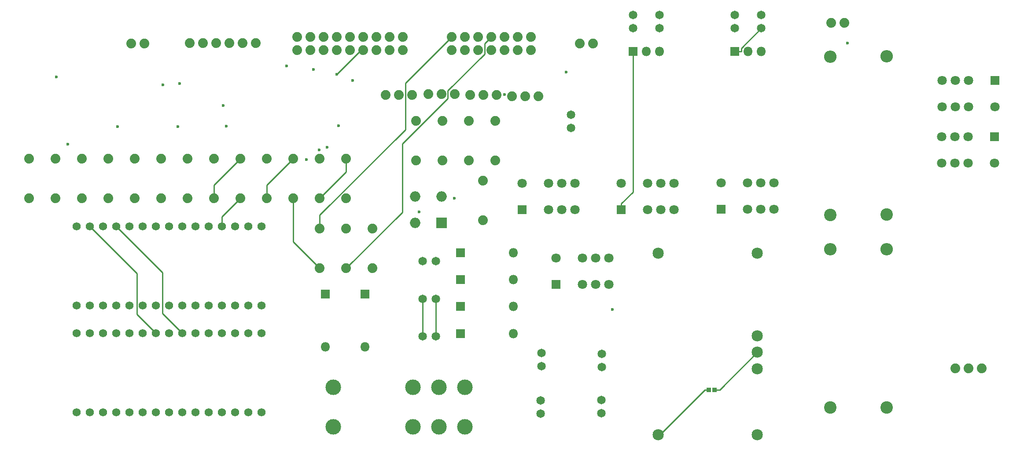
<source format=gbr>
G04 #@! TF.FileFunction,Copper,L4,Bot,Signal*
%FSLAX46Y46*%
G04 Gerber Fmt 4.6, Leading zero omitted, Abs format (unit mm)*
G04 Created by KiCad (PCBNEW 4.0.6) date 03/02/20 07:40:08*
%MOMM*%
%LPD*%
G01*
G04 APERTURE LIST*
%ADD10C,0.100000*%
%ADD11C,1.651000*%
%ADD12R,1.800000X1.800000*%
%ADD13O,1.800000X1.800000*%
%ADD14C,1.800000*%
%ADD15C,3.000000*%
%ADD16C,1.879600*%
%ADD17R,0.848360X0.899160*%
%ADD18C,1.574800*%
%ADD19C,2.159000*%
%ADD20C,2.400000*%
%ADD21O,2.400000X2.400000*%
%ADD22O,2.000000X2.000000*%
%ADD23R,2.000000X2.000000*%
%ADD24C,0.600000*%
%ADD25C,0.250000*%
G04 APERTURE END LIST*
D10*
D11*
X107955000Y-86847300D03*
X105415000Y-86847300D03*
X107955000Y-94086300D03*
X105415000Y-94086300D03*
X107955000Y-101325000D03*
X105415000Y-101325000D03*
X150940000Y-41973500D03*
X150940000Y-39433500D03*
X145860000Y-41973500D03*
X145860000Y-39433500D03*
X165481000Y-41973500D03*
X165481000Y-39433500D03*
X170561000Y-41973500D03*
X170561000Y-39433500D03*
D12*
X86741000Y-93154500D03*
D13*
X86741000Y-103314500D03*
D12*
X94361000Y-93154500D03*
D13*
X94361000Y-103314500D03*
D14*
X124587000Y-71882000D03*
X129667000Y-71882000D03*
X132207000Y-71882000D03*
X134747000Y-71882000D03*
X134747000Y-76962000D03*
X132207000Y-76962000D03*
X129667000Y-76962000D03*
D12*
X124587000Y-76962000D03*
D14*
X131064000Y-86233000D03*
X136144000Y-86233000D03*
X138684000Y-86233000D03*
X141224000Y-86233000D03*
X141224000Y-91313000D03*
X138684000Y-91313000D03*
X136144000Y-91313000D03*
D12*
X131064000Y-91313000D03*
D15*
X88248500Y-111125000D03*
X88248500Y-118745000D03*
X108568500Y-111125000D03*
X113568500Y-118745000D03*
X103568500Y-118745000D03*
X103568500Y-111125000D03*
X108568500Y-118745000D03*
X113568500Y-111125000D03*
D16*
X98298000Y-54800500D03*
X100838000Y-54800500D03*
X103378000Y-54800500D03*
X106490000Y-54673500D03*
X109030000Y-54673500D03*
X111570000Y-54673500D03*
X114554000Y-54800500D03*
X117094000Y-54800500D03*
X119634000Y-54800500D03*
X122618000Y-55054500D03*
X125158000Y-55054500D03*
X127698000Y-55054500D03*
X34861500Y-74706600D03*
X34861500Y-67086600D03*
X39941500Y-74706600D03*
X39941500Y-67086600D03*
X45021500Y-74706600D03*
X45021500Y-67086600D03*
X50101500Y-74706600D03*
X50101500Y-67086600D03*
X55181500Y-74706600D03*
X55181500Y-67086600D03*
X60261500Y-74706600D03*
X60261500Y-67086600D03*
X104140000Y-67437000D03*
X104140000Y-59817000D03*
X109220000Y-67437000D03*
X109220000Y-59817000D03*
X114300000Y-67437000D03*
X114300000Y-59817000D03*
X119380000Y-67437000D03*
X119380000Y-59817000D03*
X65341500Y-74706600D03*
X65341500Y-67086600D03*
X70421500Y-74706600D03*
X70421500Y-67086600D03*
X75501500Y-74706600D03*
X75501500Y-67086600D03*
X80581500Y-74706600D03*
X80581500Y-67086600D03*
X85661500Y-74706600D03*
X85661500Y-67086600D03*
X90741500Y-74706600D03*
X90741500Y-67086600D03*
X85661500Y-88201500D03*
X85661500Y-80581500D03*
X90741500Y-88201500D03*
X90741500Y-80581500D03*
X95821500Y-88201500D03*
X95821500Y-80581500D03*
X117069000Y-78943200D03*
X117069000Y-71323200D03*
D17*
X161607120Y-111633000D03*
X160448880Y-111633000D03*
D18*
X74422000Y-95377000D03*
X74422000Y-80137000D03*
X71882000Y-95377000D03*
X71882000Y-80137000D03*
X69342000Y-95377000D03*
X69342000Y-80137000D03*
X66802000Y-95377000D03*
X66802000Y-80137000D03*
X64262000Y-95377000D03*
X64262000Y-80137000D03*
X61722000Y-95377000D03*
X61722000Y-80137000D03*
X59182000Y-95377000D03*
X59182000Y-80137000D03*
X56642000Y-95377000D03*
X56642000Y-80137000D03*
X54102000Y-95377000D03*
X54102000Y-80137000D03*
X51562000Y-95377000D03*
X51562000Y-80137000D03*
X49022000Y-95377000D03*
X49022000Y-80137000D03*
X46482000Y-95377000D03*
X46482000Y-80137000D03*
X43942000Y-95377000D03*
X43942000Y-80137000D03*
X41402000Y-95377000D03*
X41402000Y-80137000D03*
X38862000Y-95377000D03*
X38862000Y-80137000D03*
X74422000Y-115951000D03*
X74422000Y-100711000D03*
X71882000Y-115951000D03*
X71882000Y-100711000D03*
X69342000Y-115951000D03*
X69342000Y-100711000D03*
X66802000Y-115951000D03*
X66802000Y-100711000D03*
X64262000Y-115951000D03*
X64262000Y-100711000D03*
X61722000Y-115951000D03*
X61722000Y-100711000D03*
X59182000Y-115951000D03*
X59182000Y-100711000D03*
X56642000Y-115951000D03*
X56642000Y-100711000D03*
X54102000Y-115951000D03*
X54102000Y-100711000D03*
X51562000Y-115951000D03*
X51562000Y-100711000D03*
X49022000Y-115951000D03*
X49022000Y-100711000D03*
X46482000Y-115951000D03*
X46482000Y-100711000D03*
X43942000Y-115951000D03*
X43942000Y-100711000D03*
X41402000Y-115951000D03*
X41402000Y-100711000D03*
X38862000Y-115951000D03*
X38862000Y-100711000D03*
D12*
X145860000Y-46482000D03*
D13*
X148400000Y-46482000D03*
X150940000Y-46482000D03*
D12*
X165481000Y-46482000D03*
D13*
X168021000Y-46482000D03*
X170561000Y-46482000D03*
D19*
X150749000Y-120269000D03*
X169799000Y-120269000D03*
X169799000Y-107569000D03*
X169799000Y-104394000D03*
X169799000Y-101219000D03*
X169799000Y-85344000D03*
X150749000Y-85344000D03*
D16*
X60642500Y-44831000D03*
X63182500Y-44831000D03*
X65722500Y-44831000D03*
X68262500Y-44831000D03*
X70802500Y-44831000D03*
X73342500Y-44831000D03*
X81343500Y-46164500D03*
X81343500Y-43624500D03*
X83883500Y-46164500D03*
X83883500Y-43624500D03*
X86423500Y-46164500D03*
X86423500Y-43624500D03*
X88963500Y-46164500D03*
X88963500Y-43624500D03*
X91503500Y-46164500D03*
X91503500Y-43624500D03*
X94043500Y-46164500D03*
X94043500Y-43624500D03*
X96583500Y-46164500D03*
X96583500Y-43624500D03*
X99123500Y-46164500D03*
X99123500Y-43624500D03*
X101663500Y-46164500D03*
X101663500Y-43624500D03*
X110998000Y-46164500D03*
X110998000Y-43624500D03*
X113538000Y-46164500D03*
X113538000Y-43624500D03*
X116078000Y-46164500D03*
X116078000Y-43624500D03*
X118618000Y-46164500D03*
X118618000Y-43624500D03*
X121158000Y-46164500D03*
X121158000Y-43624500D03*
X123698000Y-46164500D03*
X123698000Y-43624500D03*
X126238000Y-46164500D03*
X126238000Y-43624500D03*
D11*
X139776000Y-116103000D03*
X139776000Y-113563000D03*
X128270000Y-107061000D03*
X128270000Y-104521000D03*
X139929000Y-107239000D03*
X139929000Y-104699000D03*
X128143000Y-116230000D03*
X128143000Y-113690000D03*
X133985000Y-61214000D03*
X133985000Y-58674000D03*
D20*
X183832000Y-77914500D03*
D21*
X183832000Y-47434500D03*
D20*
X183832000Y-114998000D03*
D21*
X183832000Y-84518000D03*
D20*
X194628000Y-77851000D03*
D21*
X194628000Y-47371000D03*
D20*
X194691000Y-114998000D03*
D21*
X194691000Y-84518000D03*
D22*
X103955000Y-79481300D03*
X109035000Y-74401300D03*
X103955000Y-74401300D03*
D23*
X109035000Y-79481300D03*
D16*
X29781500Y-74706600D03*
X29781500Y-67086600D03*
X138176000Y-44894500D03*
X135636000Y-44894500D03*
X49403000Y-44894500D03*
X51943000Y-44894500D03*
D12*
X112740000Y-85191600D03*
D13*
X122900000Y-85191600D03*
D12*
X112740000Y-90388400D03*
D13*
X122900000Y-90388400D03*
D12*
X112740000Y-95585300D03*
D13*
X122900000Y-95585300D03*
D12*
X112740000Y-100782000D03*
D13*
X122900000Y-100782000D03*
D16*
X207889000Y-107483000D03*
X210429000Y-107483000D03*
X212969000Y-107483000D03*
X186538000Y-40970200D03*
X183998000Y-40970200D03*
D14*
X143637000Y-71882000D03*
X148717000Y-71882000D03*
X151257000Y-71882000D03*
X153797000Y-71882000D03*
X153797000Y-76962000D03*
X151257000Y-76962000D03*
X148717000Y-76962000D03*
D12*
X143637000Y-76962000D03*
D14*
X162865000Y-71755000D03*
X167945000Y-71755000D03*
X170485000Y-71755000D03*
X173025000Y-71755000D03*
X173025000Y-76835000D03*
X170485000Y-76835000D03*
X167945000Y-76835000D03*
D12*
X162865000Y-76835000D03*
D14*
X215519000Y-57150000D03*
X210439000Y-57150000D03*
X207899000Y-57150000D03*
X205359000Y-57150000D03*
X205359000Y-52070000D03*
X207899000Y-52070000D03*
X210439000Y-52070000D03*
D12*
X215519000Y-52070000D03*
D14*
X215392000Y-67945000D03*
X210312000Y-67945000D03*
X207772000Y-67945000D03*
X205232000Y-67945000D03*
X205232000Y-62865000D03*
X207772000Y-62865000D03*
X210312000Y-62865000D03*
D12*
X215392000Y-62865000D03*
D24*
X37202900Y-64309100D03*
X141958100Y-96194000D03*
X55446400Y-52874600D03*
X121140700Y-54735600D03*
X104735500Y-77397200D03*
X46774400Y-60952400D03*
X58357600Y-60975900D03*
X58706500Y-52676500D03*
X79299300Y-49225100D03*
X67707100Y-60817300D03*
X67062100Y-56887700D03*
X111519200Y-74716700D03*
X91977800Y-52036600D03*
X84465000Y-49910200D03*
X88946800Y-50821000D03*
X89264500Y-60738400D03*
X83120600Y-67323300D03*
X85501900Y-65447500D03*
X87100000Y-64891500D03*
X34988500Y-51332200D03*
X133074700Y-50466400D03*
X187173200Y-44806200D03*
D25*
X107955000Y-101325000D02*
X107955000Y-94086300D01*
X145860000Y-73513700D02*
X143637000Y-75736700D01*
X145860000Y-46482000D02*
X145860000Y-73513700D01*
X143637000Y-76962000D02*
X143637000Y-75736700D01*
X166706300Y-45828200D02*
X170561000Y-41973500D01*
X166706300Y-46482000D02*
X166706300Y-45828200D01*
X165481000Y-46482000D02*
X166706300Y-46482000D01*
X93603300Y-46164500D02*
X88946800Y-50821000D01*
X94043500Y-46164500D02*
X93603300Y-46164500D01*
X102103200Y-52519300D02*
X110998000Y-43624500D01*
X102103200Y-61528900D02*
X102103200Y-52519300D01*
X85661500Y-77970600D02*
X102103200Y-61528900D01*
X85661500Y-80581500D02*
X85661500Y-77970600D01*
X162560000Y-111633000D02*
X161607100Y-111633000D01*
X169799000Y-104394000D02*
X162560000Y-111633000D01*
X75501500Y-72166600D02*
X75501500Y-74706600D01*
X80581500Y-67086600D02*
X75501500Y-72166600D01*
X65341500Y-72166600D02*
X65341500Y-74706600D01*
X70421500Y-67086600D02*
X65341500Y-72166600D01*
X90741500Y-69626600D02*
X85661500Y-74706600D01*
X90741500Y-67086600D02*
X90741500Y-69626600D01*
X55372000Y-89027000D02*
X46482000Y-80137000D01*
X55372000Y-96901000D02*
X55372000Y-89027000D01*
X59182000Y-100711000D02*
X55372000Y-96901000D01*
X50449200Y-89184200D02*
X41402000Y-80137000D01*
X50449200Y-97058200D02*
X50449200Y-89184200D01*
X54102000Y-100711000D02*
X50449200Y-97058200D01*
X101528000Y-77415000D02*
X90741500Y-88201500D01*
X101528000Y-64265900D02*
X101528000Y-77415000D01*
X110295200Y-55498700D02*
X101528000Y-64265900D01*
X110295200Y-54027100D02*
X110295200Y-55498700D01*
X117348000Y-46974300D02*
X110295200Y-54027100D01*
X117348000Y-44894500D02*
X117348000Y-46974300D01*
X118618000Y-43624500D02*
X117348000Y-44894500D01*
X66802000Y-78326100D02*
X70421500Y-74706600D01*
X66802000Y-80137000D02*
X66802000Y-78326100D01*
X80581500Y-83121500D02*
X85661500Y-88201500D01*
X80581500Y-74706600D02*
X80581500Y-83121500D01*
X105415000Y-101325000D02*
X105415000Y-94086300D01*
X151063400Y-120269000D02*
X159699400Y-111633000D01*
X150749000Y-120269000D02*
X151063400Y-120269000D01*
X160448900Y-111633000D02*
X159699400Y-111633000D01*
M02*

</source>
